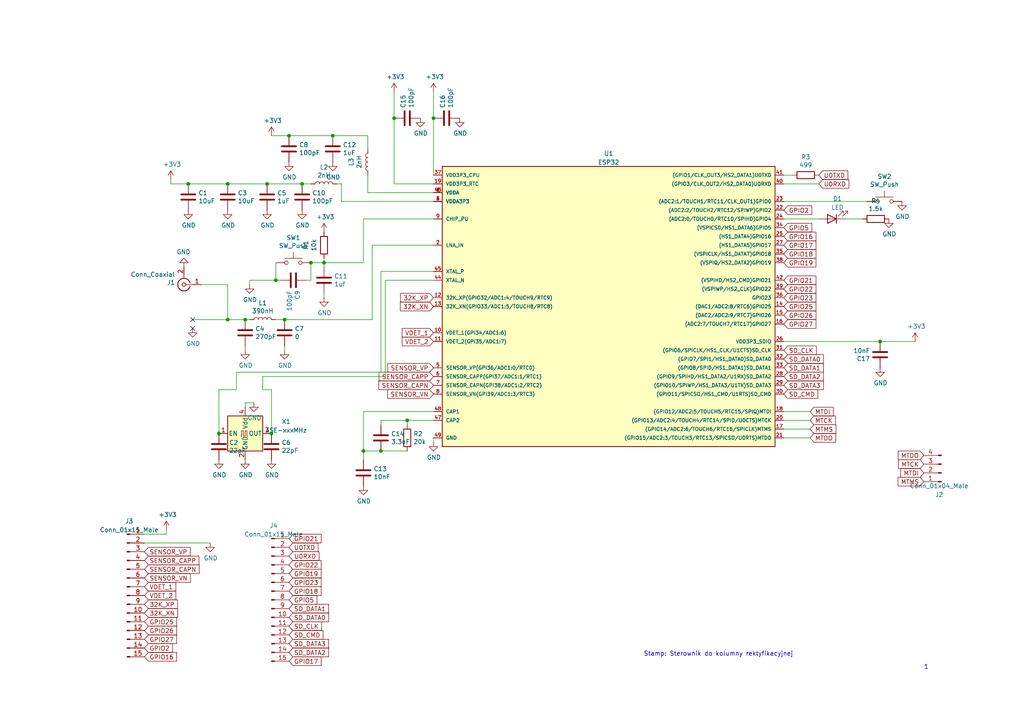
<source format=kicad_sch>
(kicad_sch (version 20211123) (generator eeschema)
  (paper "A4")
  (lib_symbols
    (symbol "Connector:Conn_01x04_Male" (pin_names (offset 1.016) hide)
      (property "Reference" "J" (at 0 5.08 0))
      (property "Value" "Conn_01x04_Male" (at 0 -7.62 0))
      (symbol "Conn_01x04_Male_1_1"
        (polyline (pts (xy 1.27 -5.08) (xy 0.8636 -5.08)) (stroke (width 0.1524)))
        (polyline (pts (xy 1.27 -2.54) (xy 0.8636 -2.54)) (stroke (width 0.1524)))
        (polyline (pts (xy 1.27 0) (xy 0.8636 0)) (stroke (width 0.1524)))
        (polyline (pts (xy 1.27 2.54) (xy 0.8636 2.54)) (stroke (width 0.1524)))
        (rectangle (start 0.8636 -4.953) (end 0 -5.207) (stroke (width 0.1524)) (fill (type outline)))
        (rectangle (start 0.8636 -2.413) (end 0 -2.667) (stroke (width 0.1524)) (fill (type outline)))
        (rectangle (start 0.8636 0.127) (end 0 -0.127) (stroke (width 0.1524)) (fill (type outline)))
        (rectangle (start 0.8636 2.667) (end 0 2.413) (stroke (width 0.1524)) (fill (type outline)))
        (pin passive line (at 5.08 2.54 180) (length 3.81) (name "Pin_1") (number "1"))
        (pin passive line (at 5.08 0 180) (length 3.81) (name "Pin_2") (number "2"))
        (pin passive line (at 5.08 -2.54 180) (length 3.81) (name "Pin_3") (number "3"))
        (pin passive line (at 5.08 -5.08 180) (length 3.81) (name "Pin_4") (number "4"))
      )
    )
    (symbol "Connector:Conn_01x15_Male" (pin_names (offset 1.016) hide)
      (property "Reference" "J" (at 0 20.32 0))
      (property "Value" "Conn_01x15_Male" (at 0 -20.32 0))
      (symbol "Conn_01x15_Male_1_1"
        (polyline (pts (xy 1.27 -17.78) (xy 0.8636 -17.78)) (stroke (width 0.1524)))
        (polyline (pts (xy 1.27 -15.24) (xy 0.8636 -15.24)) (stroke (width 0.1524)))
        (polyline (pts (xy 1.27 -12.7) (xy 0.8636 -12.7)) (stroke (width 0.1524)))
        (polyline (pts (xy 1.27 -10.16) (xy 0.8636 -10.16)) (stroke (width 0.1524)))
        (polyline (pts (xy 1.27 -7.62) (xy 0.8636 -7.62)) (stroke (width 0.1524)))
        (polyline (pts (xy 1.27 -5.08) (xy 0.8636 -5.08)) (stroke (width 0.1524)))
        (polyline (pts (xy 1.27 -2.54) (xy 0.8636 -2.54)) (stroke (width 0.1524)))
        (polyline (pts (xy 1.27 0) (xy 0.8636 0)) (stroke (width 0.1524)))
        (polyline (pts (xy 1.27 2.54) (xy 0.8636 2.54)) (stroke (width 0.1524)))
        (polyline (pts (xy 1.27 5.08) (xy 0.8636 5.08)) (stroke (width 0.1524)))
        (polyline (pts (xy 1.27 7.62) (xy 0.8636 7.62)) (stroke (width 0.1524)))
        (polyline (pts (xy 1.27 10.16) (xy 0.8636 10.16)) (stroke (width 0.1524)))
        (polyline (pts (xy 1.27 12.7) (xy 0.8636 12.7)) (stroke (width 0.1524)))
        (polyline (pts (xy 1.27 15.24) (xy 0.8636 15.24)) (stroke (width 0.1524)))
        (polyline (pts (xy 1.27 17.78) (xy 0.8636 17.78)) (stroke (width 0.1524)))
        (rectangle (start 0.8636 -17.653) (end 0 -17.907) (stroke (width 0.1524)) (fill (type outline)))
        (rectangle (start 0.8636 -15.113) (end 0 -15.367) (stroke (width 0.1524)) (fill (type outline)))
        (rectangle (start 0.8636 -12.573) (end 0 -12.827) (stroke (width 0.1524)) (fill (type outline)))
        (rectangle (start 0.8636 -10.033) (end 0 -10.287) (stroke (width 0.1524)) (fill (type outline)))
        (rectangle (start 0.8636 -7.493) (end 0 -7.747) (stroke (width 0.1524)) (fill (type outline)))
        (rectangle (start 0.8636 -4.953) (end 0 -5.207) (stroke (width 0.1524)) (fill (type outline)))
        (rectangle (start 0.8636 -2.413) (end 0 -2.667) (stroke (width 0.1524)) (fill (type outline)))
        (rectangle (start 0.8636 0.127) (end 0 -0.127) (stroke (width 0.1524)) (fill (type outline)))
        (rectangle (start 0.8636 2.667) (end 0 2.413) (stroke (width 0.1524)) (fill (type outline)))
        (rectangle (start 0.8636 5.207) (end 0 4.953) (stroke (width 0.1524)) (fill (type outline)))
        (rectangle (start 0.8636 7.747) (end 0 7.493) (stroke (width 0.1524)) (fill (type outline)))
        (rectangle (start 0.8636 10.287) (end 0 10.033) (stroke (width 0.1524)) (fill (type outline)))
        (rectangle (start 0.8636 12.827) (end 0 12.573) (stroke (width 0.1524)) (fill (type outline)))
        (rectangle (start 0.8636 15.367) (end 0 15.113) (stroke (width 0.1524)) (fill (type outline)))
        (rectangle (start 0.8636 17.907) (end 0 17.653) (stroke (width 0.1524)) (fill (type outline)))
        (pin passive line (at 5.08 17.78 180) (length 3.81) (name "Pin_1") (number "1"))
        (pin passive line (at 5.08 -5.08 180) (length 3.81) (name "Pin_10") (number "10"))
        (pin passive line (at 5.08 -7.62 180) (length 3.81) (name "Pin_11") (number "11"))
        (pin passive line (at 5.08 -10.16 180) (length 3.81) (name "Pin_12") (number "12"))
        (pin passive line (at 5.08 -12.7 180) (length 3.81) (name "Pin_13") (number "13"))
        (pin passive line (at 5.08 -15.24 180) (length 3.81) (name "Pin_14") (number "14"))
        (pin passive line (at 5.08 -17.78 180) (length 3.81) (name "Pin_15") (number "15"))
        (pin passive line (at 5.08 15.24 180) (length 3.81) (name "Pin_2") (number "2"))
        (pin passive line (at 5.08 12.7 180) (length 3.81) (name "Pin_3") (number "3"))
        (pin passive line (at 5.08 10.16 180) (length 3.81) (name "Pin_4") (number "4"))
        (pin passive line (at 5.08 7.62 180) (length 3.81) (name "Pin_5") (number "5"))
        (pin passive line (at 5.08 5.08 180) (length 3.81) (name "Pin_6") (number "6"))
        (pin passive line (at 5.08 2.54 180) (length 3.81) (name "Pin_7") (number "7"))
        (pin passive line (at 5.08 0 180) (length 3.81) (name "Pin_8") (number "8"))
        (pin passive line (at 5.08 -2.54 180) (length 3.81) (name "Pin_9") (number "9"))
      )
    )
    (symbol "Connector:Conn_Coaxial" (pin_names (offset 1.016) hide)
      (property "Reference" "J" (at 0.254 3.048 0))
      (property "Value" "Conn_Coaxial" (at 2.921 0 90))
      (symbol "Conn_Coaxial_0_1"
        (arc (start -1.778 -0.508) (mid 0.2311 -1.8066) (end 1.778 0) (stroke (width 0.254)))
        (polyline (pts (xy -2.54 0) (xy -0.508 0)))
        (polyline (pts (xy 0 -2.54) (xy 0 -1.778)))
        (circle (center 0 0) (radius 0.508) (stroke (width 0.2032)))
        (arc (start 1.778 0) (mid 0.2099 1.8101) (end -1.778 0.508) (stroke (width 0.254)))
      )
      (symbol "Conn_Coaxial_1_1"
        (pin passive line (at -5.08 0 0) (length 2.54) (name "In") (number "1"))
        (pin passive line (at 0 -5.08 90) (length 2.54) (name "Ext") (number "2"))
      )
    )
    (symbol "Device:C" (pin_numbers hide) (pin_names (offset 0.254))
      (property "Reference" "C" (at 0.635 2.54 0))
      (property "Value" "C" (at 0.635 -2.54 0))
      (symbol "C_0_1"
        (polyline (pts (xy -2.032 -0.762) (xy 2.032 -0.762)) (stroke (width 0.508)))
        (polyline (pts (xy -2.032 0.762) (xy 2.032 0.762)) (stroke (width 0.508)))
      )
      (symbol "C_1_1"
        (pin passive line (at 0 3.81 270) (length 2.794) (name "~") (number "1"))
        (pin passive line (at 0 -3.81 90) (length 2.794) (name "~") (number "2"))
      )
    )
    (symbol "Device:L" (pin_numbers hide) (pin_names (offset 1.016) hide)
      (property "Reference" "L" (at -1.27 0 90))
      (property "Value" "L" (at 1.905 0 90))
      (symbol "L_0_1"
        (arc (start 0 -2.54) (mid 0.635 -1.905) (end 0 -1.27))
        (arc (start 0 -1.27) (mid 0.635 -0.635) (end 0 0))
        (arc (start 0 0) (mid 0.635 0.635) (end 0 1.27))
        (arc (start 0 1.27) (mid 0.635 1.905) (end 0 2.54))
      )
      (symbol "L_1_1"
        (pin passive line (at 0 3.81 270) (length 1.27) (name "1") (number "1"))
        (pin passive line (at 0 -3.81 90) (length 1.27) (name "2") (number "2"))
      )
    )
    (symbol "Device:LED" (pin_numbers hide) (pin_names (offset 1.016) hide)
      (property "Reference" "D" (at 0 2.54 0))
      (property "Value" "LED" (at 0 -2.54 0))
      (symbol "LED_0_1"
        (polyline (pts (xy -1.27 -1.27) (xy -1.27 1.27)) (stroke (width 0.254)))
        (polyline (pts (xy -1.27 0) (xy 1.27 0)))
        (polyline (pts (xy 1.27 -1.27) (xy 1.27 1.27) (xy -1.27 0) (xy 1.27 -1.27)) (stroke (width 0.254)))
        (polyline (pts (xy -3.048 -0.762) (xy -4.572 -2.286) (xy -3.81 -2.286) (xy -4.572 -2.286) (xy -4.572 -1.524)))
        (polyline (pts (xy -1.778 -0.762) (xy -3.302 -2.286) (xy -2.54 -2.286) (xy -3.302 -2.286) (xy -3.302 -1.524)))
      )
      (symbol "LED_1_1"
        (pin passive line (at -3.81 0 0) (length 2.54) (name "K") (number "1"))
        (pin passive line (at 3.81 0 180) (length 2.54) (name "A") (number "2"))
      )
    )
    (symbol "Device:R" (pin_numbers hide) (pin_names (offset 0))
      (property "Reference" "R" (at 2.032 0 90))
      (property "Value" "R" (at 0 0 90))
      (symbol "R_0_1"
        (rectangle (start -1.016 -2.54) (end 1.016 2.54) (stroke (width 0.254)))
      )
      (symbol "R_1_1"
        (pin passive line (at 0 3.81 270) (length 1.27) (name "~") (number "1"))
        (pin passive line (at 0 -3.81 90) (length 1.27) (name "~") (number "2"))
      )
    )
    (symbol "ESP32:ESP32" (pin_names (offset 1.016))
      (property "Reference" "U1" (at 0 44.3398 0))
      (property "Value" "ESP32" (at 0 41.8029 0))
      (symbol "ESP32_0_0"
        (rectangle (start -48.26 -40.64) (end 48.26 40.64) (stroke (width 0.254)) (fill (type background)))
        (pin bidirectional line (at -50.8 33.02 0) (length 2.54) (name "VDDA") (number "1"))
        (pin bidirectional line (at -50.8 -7.62 0) (length 2.54) (name "VDET_1(GPI34/ADC1:6)") (number "10"))
        (pin bidirectional line (at -50.8 -10.16 0) (length 2.54) (name "VDET_2(GPI35/ADC1:7)") (number "11"))
        (pin bidirectional line (at -50.8 2.54 0) (length 2.54) (name "32K_XP(GPIO32/ADC1:4/TOUCH9/RTC9)") (number "12"))
        (pin bidirectional line (at -50.8 0 0) (length 2.54) (name "32K_XN(GPIO33/ADC1:5/TOUCH8/RTC8)") (number "13"))
        (pin bidirectional line (at 50.8 0 180) (length 2.54) (name "(DAC1/ADC2:8/RTC6)GPIO25") (number "14"))
        (pin bidirectional line (at 50.8 -2.54 180) (length 2.54) (name "(DAC2/ADC2:9/RTC7)GPIO26") (number "15"))
        (pin bidirectional line (at 50.8 -5.08 180) (length 2.54) (name "(ADC2:7/TOUCH7/RTC17)GPIO27") (number "16"))
        (pin bidirectional line (at 50.8 -35.56 180) (length 2.54) (name "(GPIO14/ADC2:6/TOUCH6/RTC16/SPICLK)MTMS") (number "17"))
        (pin bidirectional line (at 50.8 -30.48 180) (length 2.54) (name "(GPIO12/ADC2:5/TOUCH5/RTC15/SPIQ)MTDI") (number "18"))
        (pin bidirectional line (at -50.8 35.56 0) (length 2.54) (name "VDD3P3_RTC") (number "19"))
        (pin bidirectional line (at -50.8 17.78 0) (length 2.54) (name "LNA_IN") (number "2"))
        (pin bidirectional line (at 50.8 -33.02 180) (length 2.54) (name "(GPIO13/ADC2:4/TOUCH4/RTC14/SPID/U0CTS)MTCK") (number "20"))
        (pin bidirectional line (at 50.8 -38.1 180) (length 2.54) (name "(GPIO15/ADC2:3/TOUCH3/RTC13/SPICSO/U0RTS)MTDO") (number "21"))
        (pin bidirectional line (at 50.8 27.94 180) (length 2.54) (name "(ADC2:2/TOUCH2/RTC12/SPIWP)GPIO2") (number "22"))
        (pin bidirectional line (at 50.8 30.48 180) (length 2.54) (name "(ADC2:1/TOUCH1/RTC11/CLK_OUT1)GPIO0") (number "23"))
        (pin bidirectional line (at 50.8 25.4 180) (length 2.54) (name "(ADC2:0/TOUCH0/RTC10/SPIHD)GPIO4") (number "24"))
        (pin bidirectional line (at 50.8 20.32 180) (length 2.54) (name "(HS1_DATA4)GPIO16") (number "25"))
        (pin bidirectional line (at 50.8 -10.16 180) (length 2.54) (name "VDD3P3_SDIO") (number "26"))
        (pin bidirectional line (at 50.8 17.78 180) (length 2.54) (name "(HS1_DATA5)GPIO17") (number "27"))
        (pin bidirectional line (at 50.8 -20.32 180) (length 2.54) (name "(GPIO9/SPIHD/HS1_DATA2/U1RX)SD_DATA2") (number "28"))
        (pin bidirectional line (at 50.8 -22.86 180) (length 2.54) (name "(GPIO10/SPIWP/HS1_DATA3/U1TX)SD_DATA3") (number "29"))
        (pin bidirectional line (at -50.8 30.48 0) (length 2.54) (name "VDDA3P3") (number "3"))
        (pin bidirectional line (at 50.8 -25.4 180) (length 2.54) (name "(GPIO11/SPICSO/HS1_CMD/U1RTS)SD_CMD") (number "30"))
        (pin bidirectional line (at 50.8 -12.7 180) (length 2.54) (name "(GPIO6/SPICLK/HS1_CLK/U1CTS)SD_CLK") (number "31"))
        (pin bidirectional line (at 50.8 -15.24 180) (length 2.54) (name "(GPIO7/SPI1/HS1_DATA0)SD_DATA0") (number "32"))
        (pin bidirectional line (at 50.8 -17.78 180) (length 2.54) (name "(GPIO8/SPID/HS1_DATA1)SD_DATA1") (number "33"))
        (pin bidirectional line (at 50.8 22.86 180) (length 2.54) (name "(VSPICS0/HS1_DATA6)GPIO5") (number "34"))
        (pin bidirectional line (at 50.8 15.24 180) (length 2.54) (name "(VSPICLK/HS1_DATA7)GPIO18") (number "35"))
        (pin bidirectional line (at 50.8 2.54 180) (length 2.54) (name "GPIO23") (number "36"))
        (pin bidirectional line (at -50.8 38.1 0) (length 2.54) (name "VDD3P3_CPU") (number "37"))
        (pin bidirectional line (at 50.8 12.7 180) (length 2.54) (name "(VSPIQ/HS2_DATA2)GPIO19") (number "38"))
        (pin bidirectional line (at 50.8 5.08 180) (length 2.54) (name "(VSPIWP/HS2_CLK)GPIO22") (number "39"))
        (pin bidirectional line (at -50.8 30.48 0) (length 2.54) (name "VDDA3P3") (number "4"))
        (pin bidirectional line (at 50.8 35.56 180) (length 2.54) (name "(GPIO3/CLK_OUT2/HS2_DATA0)U0RXD") (number "40"))
        (pin bidirectional line (at 50.8 38.1 180) (length 2.54) (name "(GPIO1/CLK_OUT3/HS2_DATA1)U0TXD") (number "41"))
        (pin bidirectional line (at 50.8 7.62 180) (length 2.54) (name "(VSPIHD/HS2_CMD)GPIO21") (number "42"))
        (pin bidirectional line (at -50.8 33.02 0) (length 2.54) (name "VDDA") (number "43"))
        (pin bidirectional line (at -50.8 7.62 0) (length 2.54) (name "XTAL_N") (number "44"))
        (pin bidirectional line (at -50.8 10.16 0) (length 2.54) (name "XTAL_P") (number "45"))
        (pin bidirectional line (at -50.8 33.02 0) (length 2.54) (name "VDDA") (number "46"))
        (pin bidirectional line (at -50.8 -33.02 0) (length 2.54) (name "CAP2") (number "47"))
        (pin bidirectional line (at -50.8 -30.48 0) (length 2.54) (name "CAP1") (number "48"))
        (pin bidirectional line (at -50.8 -38.1 0) (length 2.54) (name "GND") (number "49"))
        (pin bidirectional line (at -50.8 -17.78 0) (length 2.54) (name "SENSOR_VP(GPI36/ADC1:0/RTC0)") (number "5"))
        (pin bidirectional line (at -50.8 -20.32 0) (length 2.54) (name "SENSOR_CAPP(GPI37/ADC1:1/RTC1)") (number "6"))
        (pin bidirectional line (at -50.8 -22.86 0) (length 2.54) (name "SENSOR_CAPN(GPI38/ADC1:2/RTC2)") (number "7"))
        (pin bidirectional line (at -50.8 -25.4 0) (length 2.54) (name "SENSOR_VN(GPI39/ADC1:3/RTC3)") (number "8"))
        (pin bidirectional line (at -50.8 25.4 0) (length 2.54) (name "CHIP_PU") (number "9"))
      )
    )
    (symbol "Oscillator:ASE-xxxMHz" (pin_names (offset 0.254))
      (property "Reference" "X" (at -5.08 6.35 0))
      (property "Value" "ASE-xxxMHz" (at 1.27 -6.35 0))
      (symbol "ASE-xxxMHz_0_1"
        (rectangle (start -5.08 5.08) (end 5.08 -5.08) (stroke (width 0.254)) (fill (type background)))
        (polyline (pts (xy -1.27 -0.762) (xy -1.016 -0.762) (xy -1.016 0.762) (xy -0.508 0.762) (xy -0.508 -0.762) (xy 0 -0.762) (xy 0 0.762) (xy 0.508 0.762) (xy 0.508 -0.762) (xy 0.762 -0.762)))
      )
      (symbol "ASE-xxxMHz_1_1"
        (pin input line (at -7.62 0 0) (length 2.54) (name "EN") (number "1"))
        (pin power_in line (at 0 -7.62 90) (length 2.54) (name "GND") (number "2"))
        (pin output line (at 7.62 0 180) (length 2.54) (name "OUT") (number "3"))
        (pin power_in line (at 0 7.62 270) (length 2.54) (name "Vdd") (number "4"))
      )
    )
    (symbol "Switch:SW_Push" (pin_numbers hide) (pin_names (offset 1.016) hide)
      (property "Reference" "SW" (at 1.27 2.54 0))
      (property "Value" "SW_Push" (at 0 -1.524 0))
      (symbol "SW_Push_0_1"
        (circle (center -2.032 0) (radius 0.508))
        (polyline (pts (xy 0 1.27) (xy 0 3.048)))
        (polyline (pts (xy 2.54 1.27) (xy -2.54 1.27)))
        (circle (center 2.032 0) (radius 0.508))
        (pin passive line (at -5.08 0 0) (length 2.54) (name "1") (number "1"))
        (pin passive line (at 5.08 0 180) (length 2.54) (name "2") (number "2"))
      )
    )
    (symbol "power:+3V3" (power) (pin_names (offset 0))
      (property "Value" "+3V3" (at 0 3.556 0))
      (symbol "+3V3_0_1"
        (polyline (pts (xy -0.762 1.27) (xy 0 2.54)))
        (polyline (pts (xy 0 0) (xy 0 2.54)))
        (polyline (pts (xy 0 2.54) (xy 0.762 1.27)))
      )
      (symbol "+3V3_1_1"
        (pin power_in line (at 0 0 90) (length 0) hide (name "+3V3") (number "1"))
      )
    )
    (symbol "power:GND" (power) (pin_names (offset 0))
      (property "Value" "GND" (at 0 -3.81 0))
      (symbol "GND_0_1"
        (polyline (pts (xy 0 0) (xy 0 -1.27) (xy 1.27 -1.27) (xy 0 -2.54) (xy -1.27 -1.27) (xy 0 -1.27)))
      )
      (symbol "GND_1_1"
        (pin power_in line (at 0 0 270) (length 0) hide (name "GND") (number "1"))
      )
    )
  )
  (junction (at 118.11 121.92))
  (junction (at 114.3 34.29))
  (junction (at 105.41 130.81))
  (junction (at 82.55 92.71))
  (junction (at 71.12 92.71))
  (junction (at 77.47 53.34))
  (junction (at 125.73 34.29))
  (junction (at 83.82 39.37))
  (junction (at 78.74 125.73))
  (junction (at 110.49 130.81))
  (junction (at 87.63 53.34))
  (junction (at 54.61 53.34))
  (junction (at 63.5 125.73))
  (junction (at 93.98 76.2))
  (junction (at 90.17 76.2))
  (junction (at 255.27 99.06))
  (junction (at 66.04 53.34))
  (junction (at 80.01 81.28))
  (junction (at 96.52 39.37))
  (junction (at 66.04 92.71))
  (no_connect (at 55.88 92.71))
  (no_connect (at 55.88 95.25))
  (wire (pts (xy 125.73 121.92) (xy 118.11 121.92)))
  (wire (pts (xy 58.42 82.55) (xy 66.04 82.55)))
  (wire (pts (xy 125.73 34.29) (xy 125.73 50.8)))
  (wire (pts (xy 105.41 130.81) (xy 105.41 133.35)))
  (wire (pts (xy 227.33 119.38) (xy 234.95 119.38)))
  (wire (pts (xy 48.26 154.94) (xy 41.91 154.94)))
  (wire (pts (xy 110.49 130.81) (xy 118.11 130.81)))
  (wire (pts (xy 107.95 92.71) (xy 107.95 71.12)))
  (wire (pts (xy 110.49 78.74) (xy 125.73 78.74)))
  (wire (pts (xy 227.33 50.8) (xy 229.87 50.8)))
  (wire (pts (xy 105.41 63.5) (xy 125.73 63.5)))
  (wire (pts (xy 82.55 101.6) (xy 82.55 100.33)))
  (wire (pts (xy 118.11 121.92) (xy 118.11 123.19)))
  (wire (pts (xy 105.41 76.2) (xy 105.41 63.5)))
  (wire (pts (xy 106.68 50.8) (xy 106.68 55.88)))
  (wire (pts (xy 99.06 53.34) (xy 99.06 58.42)))
  (wire (pts (xy 66.04 53.34) (xy 77.47 53.34)))
  (wire (pts (xy 110.49 130.81) (xy 105.41 130.81)))
  (wire (pts (xy 111.76 81.28) (xy 111.76 109.22)))
  (wire (pts (xy 99.06 58.42) (xy 125.73 58.42)))
  (wire (pts (xy 93.98 77.47) (xy 93.98 76.2)))
  (wire (pts (xy 49.53 53.34) (xy 49.53 52.07)))
  (wire (pts (xy 97.79 53.34) (xy 99.06 53.34)))
  (wire (pts (xy 227.33 99.06) (xy 255.27 99.06)))
  (wire (pts (xy 83.82 39.37) (xy 96.52 39.37)))
  (wire (pts (xy 72.39 82.55) (xy 72.39 81.28)))
  (wire (pts (xy 63.5 125.73) (xy 63.5 113.03)))
  (wire (pts (xy 227.33 63.5) (xy 237.49 63.5)))
  (wire (pts (xy 66.04 82.55) (xy 66.04 92.71)))
  (wire (pts (xy 114.3 34.29) (xy 114.3 53.34)))
  (wire (pts (xy 49.53 53.34) (xy 54.61 53.34)))
  (wire (pts (xy 125.73 81.28) (xy 111.76 81.28)))
  (wire (pts (xy 78.74 125.73) (xy 78.74 113.03)))
  (wire (pts (xy 68.58 107.95) (xy 68.58 113.03)))
  (wire (pts (xy 66.04 92.71) (xy 55.88 92.71)))
  (wire (pts (xy 227.33 53.34) (xy 237.49 53.34)))
  (wire (pts (xy 96.52 39.37) (xy 106.68 39.37)))
  (wire (pts (xy 227.33 124.46) (xy 234.95 124.46)))
  (wire (pts (xy 125.73 128.27) (xy 125.73 127)))
  (wire (pts (xy 77.47 53.34) (xy 87.63 53.34)))
  (wire (pts (xy 111.76 109.22) (xy 76.2 109.22)))
  (wire (pts (xy 71.12 92.71) (xy 66.04 92.71)))
  (wire (pts (xy 87.63 53.34) (xy 90.17 53.34)))
  (wire (pts (xy 265.43 99.06) (xy 255.27 99.06)))
  (wire (pts (xy 82.55 92.71) (xy 107.95 92.71)))
  (wire (pts (xy 93.98 86.36) (xy 93.98 85.09)))
  (wire (pts (xy 125.73 26.67) (xy 125.73 34.29)))
  (wire (pts (xy 125.73 119.38) (xy 105.41 119.38)))
  (wire (pts (xy 114.3 26.67) (xy 114.3 34.29)))
  (wire (pts (xy 71.12 116.84) (xy 71.12 118.11)))
  (wire (pts (xy 76.2 109.22) (xy 76.2 113.03)))
  (wire (pts (xy 73.66 116.84) (xy 71.12 116.84)))
  (wire (pts (xy 107.95 71.12) (xy 125.73 71.12)))
  (wire (pts (xy 54.61 53.34) (xy 66.04 53.34)))
  (wire (pts (xy 118.11 121.92) (xy 110.49 121.92)))
  (wire (pts (xy 88.9 81.28) (xy 90.17 81.28)))
  (wire (pts (xy 106.68 39.37) (xy 106.68 43.18)))
  (wire (pts (xy 80.01 81.28) (xy 80.01 76.2)))
  (wire (pts (xy 93.98 76.2) (xy 105.41 76.2)))
  (wire (pts (xy 125.73 55.88) (xy 106.68 55.88)))
  (wire (pts (xy 90.17 81.28) (xy 90.17 76.2)))
  (wire (pts (xy 80.01 92.71) (xy 82.55 92.71)))
  (wire (pts (xy 227.33 127) (xy 234.95 127)))
  (wire (pts (xy 227.33 121.92) (xy 234.95 121.92)))
  (wire (pts (xy 71.12 101.6) (xy 71.12 100.33)))
  (wire (pts (xy 90.17 76.2) (xy 93.98 76.2)))
  (wire (pts (xy 245.11 63.5) (xy 250.19 63.5)))
  (wire (pts (xy 114.3 53.34) (xy 125.73 53.34)))
  (wire (pts (xy 41.91 157.48) (xy 60.96 157.48)))
  (wire (pts (xy 80.01 81.28) (xy 81.28 81.28)))
  (wire (pts (xy 63.5 113.03) (xy 68.58 113.03)))
  (wire (pts (xy 72.39 92.71) (xy 71.12 92.71)))
  (wire (pts (xy 72.39 81.28) (xy 80.01 81.28)))
  (wire (pts (xy 78.74 39.37) (xy 83.82 39.37)))
  (wire (pts (xy 105.41 119.38) (xy 105.41 130.81)))
  (wire (pts (xy 68.58 107.95) (xy 110.49 107.95)))
  (wire (pts (xy 78.74 113.03) (xy 76.2 113.03)))
  (wire (pts (xy 93.98 74.93) (xy 93.98 76.2)))
  (wire (pts (xy 227.33 58.42) (xy 251.46 58.42)))
  (wire (pts (xy 48.26 153.67) (xy 48.26 154.94)))
  (wire (pts (xy 110.49 107.95) (xy 110.49 78.74)))
  (wire (pts (xy 110.49 121.92) (xy 110.49 123.19)))
  (text "Stamp: Sterownik do kolumny rektyfikacyjnej" (at 186.69 190.5 0) (effects (font (size 1.27 1.27)) (justify left bottom)))
  (text "1" (at 267.97 194.31 0) (effects (font (size 1.27 1.27)) (justify left bottom)))
  (global_label "SENSOR_VN" (shape input) (at 41.91 167.64 0) (property "Intersheet References" "${INTERSHEET_REFS}" (effects hide)))
  (global_label "GPIO5" (shape input) (at 83.82 173.99 0) (property "Intersheet References" "${INTERSHEET_REFS}" (effects hide)))
  (global_label "MTMS" (shape input) (at 234.95 124.46 0) (property "Intersheet References" "${INTERSHEET_REFS}" (effects hide)))
  (global_label "SENSOR_CAPN" (shape input) (at 41.91 165.1 0) (property "Intersheet References" "${INTERSHEET_REFS}" (effects hide)))
  (global_label "GPIO22" (shape input) (at 227.33 83.82 0) (property "Intersheet References" "${INTERSHEET_REFS}" (effects hide)))
  (global_label "SD_DATA3" (shape input) (at 83.82 186.69 0) (property "Intersheet References" "${INTERSHEET_REFS}" (effects hide)))
  (global_label "GPIO23" (shape input) (at 83.82 168.91 0) (property "Intersheet References" "${INTERSHEET_REFS}" (effects hide)))
  (global_label "GPIO25" (shape input) (at 41.91 180.34 0) (property "Intersheet References" "${INTERSHEET_REFS}" (effects hide)))
  (global_label "MTMS" (shape input) (at 267.97 139.7 180) (property "Intersheet References" "${INTERSHEET_REFS}" (effects hide)))
  (global_label "SD_DATA0" (shape input) (at 83.82 179.07 0) (property "Intersheet References" "${INTERSHEET_REFS}" (effects hide)))
  (global_label "GPIO16" (shape input) (at 41.91 190.5 0) (property "Intersheet References" "${INTERSHEET_REFS}" (effects hide)))
  (global_label "GPIO16" (shape input) (at 227.33 68.58 0) (property "Intersheet References" "${INTERSHEET_REFS}" (effects hide)))
  (global_label "GPIO17" (shape input) (at 83.82 191.77 0) (property "Intersheet References" "${INTERSHEET_REFS}" (effects hide)))
  (global_label "U0RXD" (shape input) (at 237.49 53.34 0) (property "Intersheet References" "${INTERSHEET_REFS}" (effects hide)))
  (global_label "U0RXD" (shape input) (at 83.82 161.29 0) (property "Intersheet References" "${INTERSHEET_REFS}" (effects hide)))
  (global_label "SENSOR_CAPP" (shape input) (at 125.73 109.22 180) (property "Intersheet References" "${INTERSHEET_REFS}" (effects hide)))
  (global_label "GPIO27" (shape input) (at 41.91 185.42 0) (property "Intersheet References" "${INTERSHEET_REFS}" (effects hide)))
  (global_label "32K_XN" (shape input) (at 41.91 177.8 0) (property "Intersheet References" "${INTERSHEET_REFS}" (effects hide)))
  (global_label "MTCK" (shape input) (at 267.97 134.62 180) (property "Intersheet References" "${INTERSHEET_REFS}" (effects hide)))
  (global_label "GPIO21" (shape input) (at 83.82 156.21 0) (property "Intersheet References" "${INTERSHEET_REFS}" (effects hide)))
  (global_label "SD_CLK" (shape input) (at 83.82 181.61 0) (property "Intersheet References" "${INTERSHEET_REFS}" (effects hide)))
  (global_label "SD_DATA2" (shape input) (at 83.82 189.23 0) (property "Intersheet References" "${INTERSHEET_REFS}" (effects hide)))
  (global_label "GPIO23" (shape input) (at 227.33 86.36 0) (property "Intersheet References" "${INTERSHEET_REFS}" (effects hide)))
  (global_label "GPIO5" (shape input) (at 227.33 66.04 0) (property "Intersheet References" "${INTERSHEET_REFS}" (effects hide)))
  (global_label "GPIO18" (shape input) (at 227.33 73.66 0) (property "Intersheet References" "${INTERSHEET_REFS}" (effects hide)))
  (global_label "GPIO19" (shape input) (at 227.33 76.2 0) (property "Intersheet References" "${INTERSHEET_REFS}" (effects hide)))
  (global_label "U0TXD" (shape input) (at 83.82 158.75 0) (property "Intersheet References" "${INTERSHEET_REFS}" (effects hide)))
  (global_label "GPIO21" (shape input) (at 227.33 81.28 0) (property "Intersheet References" "${INTERSHEET_REFS}" (effects hide)))
  (global_label "GPIO26" (shape input) (at 41.91 182.88 0) (property "Intersheet References" "${INTERSHEET_REFS}" (effects hide)))
  (global_label "MTDI" (shape input) (at 234.95 119.38 0) (property "Intersheet References" "${INTERSHEET_REFS}" (effects hide)))
  (global_label "SD_DATA3" (shape input) (at 227.33 111.76 0) (property "Intersheet References" "${INTERSHEET_REFS}" (effects hide)))
  (global_label "VDET_1" (shape input) (at 41.91 170.18 0) (property "Intersheet References" "${INTERSHEET_REFS}" (effects hide)))
  (global_label "U0TXD" (shape input) (at 237.49 50.8 0) (property "Intersheet References" "${INTERSHEET_REFS}" (effects hide)))
  (global_label "SD_DATA1" (shape input) (at 83.82 176.53 0) (property "Intersheet References" "${INTERSHEET_REFS}" (effects hide)))
  (global_label "SENSOR_VP" (shape input) (at 41.91 160.02 0) (property "Intersheet References" "${INTERSHEET_REFS}" (effects hide)))
  (global_label "SD_CLK" (shape input) (at 227.33 101.6 0) (property "Intersheet References" "${INTERSHEET_REFS}" (effects hide)))
  (global_label "GPIO25" (shape input) (at 227.33 88.9 0) (property "Intersheet References" "${INTERSHEET_REFS}" (effects hide)))
  (global_label "SD_DATA0" (shape input) (at 227.33 104.14 0) (property "Intersheet References" "${INTERSHEET_REFS}" (effects hide)))
  (global_label "MTDO" (shape input) (at 234.95 127 0) (property "Intersheet References" "${INTERSHEET_REFS}" (effects hide)))
  (global_label "VDET_2" (shape input) (at 41.91 172.72 0) (property "Intersheet References" "${INTERSHEET_REFS}" (effects hide)))
  (global_label "32K_XP" (shape input) (at 125.73 86.36 180) (property "Intersheet References" "${INTERSHEET_REFS}" (effects hide)))
  (global_label "SD_CMD" (shape input) (at 83.82 184.15 0) (property "Intersheet References" "${INTERSHEET_REFS}" (effects hide)))
  (global_label "MTCK" (shape input) (at 234.95 121.92 0) (property "Intersheet References" "${INTERSHEET_REFS}" (effects hide)))
  (global_label "GPIO17" (shape input) (at 227.33 71.12 0) (property "Intersheet References" "${INTERSHEET_REFS}" (effects hide)))
  (global_label "SENSOR_CAPN" (shape input) (at 125.73 111.76 180) (property "Intersheet References" "${INTERSHEET_REFS}" (effects hide)))
  (global_label "SENSOR_VP" (shape input) (at 125.73 106.68 180) (property "Intersheet References" "${INTERSHEET_REFS}" (effects hide)))
  (global_label "32K_XP" (shape input) (at 41.91 175.26 0) (property "Intersheet References" "${INTERSHEET_REFS}" (effects hide)))
  (global_label "GPIO22" (shape input) (at 83.82 163.83 0) (property "Intersheet References" "${INTERSHEET_REFS}" (effects hide)))
  (global_label "VDET_1" (shape input) (at 125.73 96.52 180) (property "Intersheet References" "${INTERSHEET_REFS}" (effects hide)))
  (global_label "GPIO2" (shape input) (at 227.33 60.96 0) (property "Intersheet References" "${INTERSHEET_REFS}" (effects hide)))
  (global_label "GPIO27" (shape input) (at 227.33 93.98 0) (property "Intersheet References" "${INTERSHEET_REFS}" (effects hide)))
  (global_label "GPIO2" (shape input) (at 41.91 187.96 0) (property "Intersheet References" "${INTERSHEET_REFS}" (effects hide)))
  (global_label "SD_DATA1" (shape input) (at 227.33 106.68 0) (property "Intersheet References" "${INTERSHEET_REFS}" (effects hide)))
  (global_label "VDET_2" (shape input) (at 125.73 99.06 180) (property "Intersheet References" "${INTERSHEET_REFS}" (effects hide)))
  (global_label "GPIO19" (shape input) (at 83.82 166.37 0) (property "Intersheet References" "${INTERSHEET_REFS}" (effects hide)))
  (global_label "MTDI" (shape input) (at 267.97 137.16 180) (property "Intersheet References" "${INTERSHEET_REFS}" (effects hide)))
  (global_label "32K_XN" (shape input) (at 125.73 88.9 180) (property "Intersheet References" "${INTERSHEET_REFS}" (effects hide)))
  (global_label "SD_CMD" (shape input) (at 227.33 114.3 0) (property "Intersheet References" "${INTERSHEET_REFS}" (effects hide)))
  (global_label "SENSOR_CAPP" (shape input) (at 41.91 162.56 0) (property "Intersheet References" "${INTERSHEET_REFS}" (effects hide)))
  (global_label "SD_DATA2" (shape input) (at 227.33 109.22 0) (property "Intersheet References" "${INTERSHEET_REFS}" (effects hide)))
  (global_label "SENSOR_VN" (shape input) (at 125.73 114.3 180) (property "Intersheet References" "${INTERSHEET_REFS}" (effects hide)))
  (global_label "GPIO26" (shape input) (at 227.33 91.44 0) (property "Intersheet References" "${INTERSHEET_REFS}" (effects hide)))
  (global_label "MTDO" (shape input) (at 267.97 132.08 180) (property "Intersheet References" "${INTERSHEET_REFS}" (effects hide)))
  (global_label "GPIO18" (shape input) (at 83.82 171.45 0) (property "Intersheet References" "${INTERSHEET_REFS}" (effects hide)))
  (symbol (lib_id "ESP32:ESP32") (at 176.53 88.9 0) (unit 1)
    (property "Reference" "U1" (at 176.53 44.5602 0))
    (property "Value" "ESP32" (at 176.53 47.0971 0))
    (property "Footprint" "Package_DFN_QFN:QFN-48-1EP_6x6mm_P0.4mm_EP4.3x4.3mm" (effects hide))
    (property "PROD_ID" "IC-13338" (effects hide))
  )
  (symbol (lib_id "power:+3V3") (at 78.74 39.37 0) (unit 1)
    (property "Reference" "#PWR0105" (effects hide))
    (property "Value" "+3V3" (at 79.121 34.9758 0))
  )
  (symbol (lib_id "Device:C") (at 83.82 43.18 180) (unit 1)
    (property "Reference" "C8" (at 86.741 42.0116 0) (effects (justify right)))
    (property "Value" "100pF" (at 86.741 44.323 0) (effects (justify right)))
    (property "Footprint" "Capacitor_SMD:C_0603_1608Metric_Pad1.08x0.95mm_HandSolder" (effects hide))
  )
  (symbol (lib_id "Device:C") (at 96.52 43.18 180) (unit 1)
    (property "Reference" "C12" (at 99.441 42.0116 0) (effects (justify right)))
    (property "Value" "1uF" (at 99.441 44.323 0) (effects (justify right)))
    (property "Footprint" "Capacitor_SMD:C_0603_1608Metric_Pad1.08x0.95mm_HandSolder" (effects hide))
  )
  (symbol (lib_id "power:GND") (at 83.82 46.99 0) (unit 1)
    (property "Reference" "#PWR0106" (effects hide))
    (property "Value" "GND" (at 83.947 51.3842 0))
  )
  (symbol (lib_id "power:GND") (at 96.52 46.99 0) (unit 1)
    (property "Reference" "#PWR0102" (effects hide))
    (property "Value" "GND" (at 96.647 51.3842 0))
  )
  (symbol (lib_id "Device:C") (at 87.63 57.15 180) (unit 1)
    (property "Reference" "C10" (at 90.551 55.9816 0) (effects (justify right)))
    (property "Value" "100pF" (at 90.551 58.293 0) (effects (justify right)))
    (property "Footprint" "Capacitor_SMD:C_0603_1608Metric_Pad1.08x0.95mm_HandSolder" (effects hide))
  )
  (symbol (lib_id "Device:C") (at 77.47 57.15 180) (unit 1)
    (property "Reference" "C5" (at 80.391 55.9816 0) (effects (justify right)))
    (property "Value" "1uF" (at 80.391 58.293 0) (effects (justify right)))
    (property "Footprint" "Capacitor_SMD:C_0603_1608Metric_Pad1.08x0.95mm_HandSolder" (effects hide))
  )
  (symbol (lib_id "Device:C") (at 66.04 57.15 180) (unit 1)
    (property "Reference" "C3" (at 68.961 55.9816 0) (effects (justify right)))
    (property "Value" "10uF" (at 68.961 58.293 0) (effects (justify right)))
    (property "Footprint" "Capacitor_SMD:C_0603_1608Metric_Pad1.08x0.95mm_HandSolder" (effects hide))
  )
  (symbol (lib_id "Device:C") (at 54.61 57.15 180) (unit 1)
    (property "Reference" "C1" (at 57.531 55.9816 0) (effects (justify right)))
    (property "Value" "10uF" (at 57.531 58.293 0) (effects (justify right)))
    (property "Footprint" "Capacitor_SMD:C_0603_1608Metric_Pad1.08x0.95mm_HandSolder" (effects hide))
  )
  (symbol (lib_id "power:GND") (at 54.61 60.96 0) (unit 1)
    (property "Reference" "#PWR0116" (effects hide))
    (property "Value" "GND" (at 54.737 65.3542 0))
  )
  (symbol (lib_id "power:GND") (at 66.04 60.96 0) (unit 1)
    (property "Reference" "#PWR0114" (effects hide))
    (property "Value" "GND" (at 66.167 65.3542 0))
  )
  (symbol (lib_id "power:GND") (at 77.47 60.96 0) (unit 1)
    (property "Reference" "#PWR0113" (effects hide))
    (property "Value" "GND" (at 77.597 65.3542 0))
  )
  (symbol (lib_id "power:GND") (at 87.63 60.96 0) (unit 1)
    (property "Reference" "#PWR0111" (effects hide))
    (property "Value" "GND" (at 87.757 65.3542 0))
  )
  (symbol (lib_id "power:+3V3") (at 49.53 52.07 0) (unit 1)
    (property "Reference" "#PWR0110" (effects hide))
    (property "Value" "+3V3" (at 49.911 47.6758 0))
  )
  (symbol (lib_id "Device:L") (at 93.98 53.34 90) (unit 1)
    (property "Reference" "L2" (at 93.98 48.514 90))
    (property "Value" "2nH" (at 93.98 50.8254 90))
    (property "Footprint" "Inductor_SMD:L_0603_1608Metric_Pad1.05x0.95mm_HandSolder" (effects hide))
  )
  (symbol (lib_id "Device:C") (at 129.54 34.29 270) (unit 1)
    (property "Reference" "C16" (at 128.3716 31.369 0) (effects (justify right)))
    (property "Value" "100pF" (at 130.683 31.369 0) (effects (justify right)))
    (property "Footprint" "Capacitor_SMD:C_0603_1608Metric_Pad1.08x0.95mm_HandSolder" (effects hide))
  )
  (symbol (lib_id "Device:C") (at 118.11 34.29 270) (unit 1)
    (property "Reference" "C15" (at 116.9416 31.369 0) (effects (justify right)))
    (property "Value" "100pF" (at 119.253 31.369 0) (effects (justify right)))
    (property "Footprint" "Capacitor_SMD:C_0603_1608Metric_Pad1.08x0.95mm_HandSolder" (effects hide))
  )
  (symbol (lib_id "power:+3V3") (at 114.3 26.67 0) (unit 1)
    (property "Reference" "#PWR0104" (effects hide))
    (property "Value" "+3V3" (at 114.681 22.2758 0))
  )
  (symbol (lib_id "power:+3V3") (at 125.73 26.67 0) (unit 1)
    (property "Reference" "#PWR0103" (effects hide))
    (property "Value" "+3V3" (at 126.111 22.2758 0))
  )
  (symbol (lib_id "Switch:SW_Push") (at 85.09 76.2 0) (unit 1)
    (property "Reference" "SW1" (at 85.09 68.961 0))
    (property "Value" "SW_Push" (at 85.09 71.2724 0))
    (property "Footprint" "Button_Switch_SMD:SW_Push_1P1T_NO_6x6mm_H9.5mm" (effects hide))
  )
  (symbol (lib_id "Device:C") (at 85.09 81.28 90) (unit 1)
    (property "Reference" "C9" (at 86.2584 84.201 0) (effects (justify right)))
    (property "Value" "100pF" (at 83.947 84.201 0) (effects (justify right)))
    (property "Footprint" "Capacitor_SMD:C_0603_1608Metric_Pad1.08x0.95mm_HandSolder" (effects hide))
  )
  (symbol (lib_id "power:GND") (at 72.39 82.55 0) (unit 1)
    (property "Reference" "#PWR0124" (effects hide))
    (property "Value" "GND" (at 72.517 86.9442 0))
  )
  (symbol (lib_id "Device:R") (at 93.98 71.12 0) (unit 1)
    (property "Reference" "R1" (at 88.7222 71.12 90))
    (property "Value" "10k" (at 91.0336 71.12 90))
    (property "Footprint" "Resistor_SMD:R_0603_1608Metric_Pad0.98x0.95mm_HandSolder" (effects hide))
  )
  (symbol (lib_id "Device:C") (at 71.12 96.52 180) (unit 1)
    (property "Reference" "C4" (at 74.041 95.3516 0) (effects (justify right)))
    (property "Value" "270pF" (at 74.041 97.663 0) (effects (justify right)))
    (property "Footprint" "Capacitor_SMD:C_0603_1608Metric_Pad1.08x0.95mm_HandSolder" (effects hide))
  )
  (symbol (lib_id "Device:C") (at 82.55 96.52 180) (unit 1)
    (property "Reference" "C7" (at 85.471 95.3516 0) (effects (justify right)))
    (property "Value" "0" (at 85.471 97.663 0) (effects (justify right)))
    (property "Footprint" "Capacitor_SMD:C_0603_1608Metric_Pad1.08x0.95mm_HandSolder" (effects hide))
  )
  (symbol (lib_id "Device:L") (at 76.2 92.71 90) (unit 1)
    (property "Reference" "L1" (at 76.2 87.884 90))
    (property "Value" "390nH" (at 76.2 90.1954 90))
    (property "Footprint" "Inductor_SMD:L_0603_1608Metric_Pad1.05x0.95mm_HandSolder" (effects hide))
  )
  (symbol (lib_id "Connector:Conn_Coaxial") (at 53.34 82.55 180) (unit 1)
    (property "Reference" "J1" (at 50.8 81.915 0) (effects (justify left)))
    (property "Value" "Conn_Coaxial" (at 50.8 79.6036 0) (effects (justify left)))
    (property "Footprint" "Connector_Coaxial:U.FL_Molex_MCRF_73412-0110_Vertical" (effects hide))
    (property "Datasheet" " ~" (effects hide))
  )
  (symbol (lib_id "power:GND") (at 55.88 95.25 0) (unit 1)
    (property "Reference" "#PWR0117" (effects hide))
    (property "Value" "GND" (at 56.007 99.6442 0))
  )
  (symbol (lib_id "power:GND") (at 53.34 77.47 180) (unit 1)
    (property "Reference" "#PWR0115" (effects hide))
    (property "Value" "GND" (at 53.213 73.0758 0))
  )
  (symbol (lib_id "power:GND") (at 71.12 101.6 0) (unit 1)
    (property "Reference" "#PWR0123" (effects hide))
    (property "Value" "GND" (at 71.247 105.9942 0))
  )
  (symbol (lib_id "power:GND") (at 82.55 101.6 0) (unit 1)
    (property "Reference" "#PWR0122" (effects hide))
    (property "Value" "GND" (at 82.677 105.9942 0))
  )
  (symbol (lib_id "power:GND") (at 125.73 128.27 0) (unit 1)
    (property "Reference" "#PWR0107" (effects hide))
    (property "Value" "GND" (at 125.857 132.6642 0))
  )
  (symbol (lib_id "Device:C") (at 105.41 137.16 180) (unit 1)
    (property "Reference" "C13" (at 108.331 135.9916 0) (effects (justify right)))
    (property "Value" "10nF" (at 108.331 138.303 0) (effects (justify right)))
    (property "Footprint" "Capacitor_SMD:C_0603_1608Metric_Pad1.08x0.95mm_HandSolder" (effects hide))
  )
  (symbol (lib_id "Device:C") (at 110.49 127 180) (unit 1)
    (property "Reference" "C14" (at 113.411 125.8316 0) (effects (justify right)))
    (property "Value" "3.3nF" (at 113.411 128.143 0) (effects (justify right)))
    (property "Footprint" "Capacitor_SMD:C_0603_1608Metric_Pad1.08x0.95mm_HandSolder" (effects hide))
  )
  (symbol (lib_id "Device:R") (at 118.11 127 180) (unit 1)
    (property "Reference" "R2" (at 119.888 125.8316 0) (effects (justify right)))
    (property "Value" "20k" (at 119.888 128.143 0) (effects (justify right)))
    (property "Footprint" "Resistor_SMD:R_0603_1608Metric_Pad0.98x0.95mm_HandSolder" (effects hide))
  )
  (symbol (lib_id "power:GND") (at 105.41 140.97 0) (unit 1)
    (property "Reference" "#PWR0108" (effects hide))
    (property "Value" "GND" (at 105.537 145.3642 0))
  )
  (symbol (lib_id "Device:R") (at 233.68 50.8 270) (unit 1)
    (property "Reference" "R3" (at 233.68 45.5422 90))
    (property "Value" "499" (at 233.68 47.8536 90))
    (property "Footprint" "Resistor_SMD:R_0603_1608Metric_Pad0.98x0.95mm_HandSolder" (effects hide))
  )
  (symbol (lib_id "power:+3V3") (at 265.43 99.06 0) (unit 1)
    (property "Reference" "#PWR0118" (effects hide))
    (property "Value" "+3V3" (at 265.811 94.6658 0))
  )
  (symbol (lib_id "Device:C") (at 255.27 102.87 0) (unit 1)
    (property "Reference" "C17" (at 252.349 104.0384 0) (effects (justify right)))
    (property "Value" "10nF" (at 252.349 101.727 0) (effects (justify right)))
    (property "Footprint" "Capacitor_SMD:C_0603_1608Metric_Pad1.08x0.95mm_HandSolder" (effects hide))
  )
  (symbol (lib_id "power:GND") (at 121.92 34.29 0) (unit 1)
    (property "Reference" "#PWR0101" (effects hide))
    (property "Value" "GND" (at 122.047 38.6842 0))
  )
  (symbol (lib_id "power:GND") (at 133.35 34.29 0) (unit 1)
    (property "Reference" "#PWR0109" (effects hide))
    (property "Value" "GND" (at 133.477 38.6842 0))
  )
  (symbol (lib_id "power:GND") (at 255.27 106.68 0) (unit 1)
    (property "Reference" "#PWR0119" (effects hide))
    (property "Value" "GND" (at 255.397 111.0742 0))
  )
  (symbol (lib_id "power:+3V3") (at 93.98 67.31 0) (unit 1)
    (property "Reference" "#PWR0112" (effects hide))
    (property "Value" "+3V3" (at 94.361 62.9158 0))
  )
  (symbol (lib_id "Device:C") (at 93.98 81.28 180) (unit 1)
    (property "Reference" "C11" (at 96.901 80.1116 0) (effects (justify right)))
    (property "Value" "1uf" (at 96.901 82.423 0) (effects (justify right)))
    (property "Footprint" "Capacitor_SMD:C_0603_1608Metric_Pad1.08x0.95mm_HandSolder" (effects hide))
  )
  (symbol (lib_id "power:GND") (at 93.98 86.36 0) (unit 1)
    (property "Reference" "#PWR0125" (effects hide))
    (property "Value" "GND" (at 94.107 90.7542 0))
  )
  (symbol (lib_id "Switch:SW_Push") (at 256.54 58.42 0) (unit 1)
    (property "Reference" "SW2" (at 256.54 51.181 0))
    (property "Value" "SW_Push" (at 256.54 53.4924 0))
    (property "Footprint" "Button_Switch_SMD:SW_Push_1P1T_NO_6x6mm_H9.5mm" (effects hide))
  )
  (symbol (lib_id "power:GND") (at 261.62 58.42 0) (unit 1)
    (property "Reference" "#PWR0120" (effects hide))
    (property "Value" "GND" (at 261.747 62.8142 0))
  )
  (symbol (lib_id "power:GND") (at 60.96 157.48 0) (unit 1)
    (property "Reference" "#PWR0131" (effects hide))
    (property "Value" "GND" (at 61.087 161.8742 0))
  )
  (symbol (lib_id "power:GND") (at 73.66 116.84 0) (unit 1)
    (property "Reference" "#PWR0129" (effects hide))
    (property "Value" "GND" (at 73.787 121.2342 0))
  )
  (symbol (lib_id "Device:R") (at 254 63.5 270) (unit 1)
    (property "Reference" "R4" (at 254 58.2422 90))
    (property "Value" "1.5k" (at 254 60.5536 90))
    (property "Footprint" "Resistor_SMD:R_0603_1608Metric_Pad0.98x0.95mm_HandSolder" (effects hide))
  )
  (symbol (lib_id "power:GND") (at 71.12 133.35 0) (unit 1)
    (property "Reference" "#PWR0126" (effects hide))
    (property "Value" "GND" (at 71.247 137.7442 0))
  )
  (symbol (lib_id "Connector:Conn_01x04_Male") (at 273.05 137.16 180) (unit 1)
    (property "Reference" "J2" (at 272.415 143.476 0))
    (property "Value" "Conn_01x04_Male" (at 272.415 140.9391 0))
    (property "Footprint" "Connector_PinHeader_2.54mm:PinHeader_1x04_P2.54mm_Vertical" (effects hide))
  )
  (symbol (lib_id "power:GND") (at 257.81 63.5 0) (unit 1)
    (property "Reference" "#PWR0121" (effects hide))
    (property "Value" "GND" (at 257.937 67.8942 0))
  )
  (symbol (lib_id "Connector:Conn_01x15_Male") (at 36.83 172.72 0) (unit 1)
    (property "Reference" "J3" (at 37.465 151.164 0))
    (property "Value" "Conn_01x15_Male" (at 37.465 153.7009 0))
    (property "Footprint" "Connector_PinHeader_2.54mm:PinHeader_1x15_P2.54mm_Vertical" (effects hide))
  )
  (symbol (lib_id "Connector:Conn_01x15_Male") (at 78.74 173.99 0) (unit 1)
    (property "Reference" "J4" (at 79.375 152.434 0))
    (property "Value" "Conn_01x15_Male" (at 79.375 154.9709 0))
    (property "Footprint" "Connector_PinHeader_2.54mm:PinHeader_1x15_P2.54mm_Vertical" (effects hide))
  )
  (symbol (lib_id "power:GND") (at 63.5 133.35 0) (unit 1)
    (property "Reference" "#PWR0127" (effects hide))
    (property "Value" "GND" (at 63.627 137.7442 0))
  )
  (symbol (lib_id "Device:C") (at 78.74 129.54 180) (unit 1)
    (property "Reference" "C6" (at 81.661 128.3716 0) (effects (justify right)))
    (property "Value" "22pF" (at 81.661 130.683 0) (effects (justify right)))
    (property "Footprint" "Capacitor_SMD:C_0603_1608Metric_Pad1.08x0.95mm_HandSolder" (effects hide))
  )
  (symbol (lib_id "Device:L") (at 106.68 46.99 180) (unit 1)
    (property "Reference" "L3" (at 101.854 46.99 90))
    (property "Value" "2nH" (at 104.1654 46.99 90))
    (property "Footprint" "Inductor_SMD:L_0603_1608Metric_Pad1.05x0.95mm_HandSolder" (effects hide))
  )
  (symbol (lib_id "power:+3V3") (at 48.26 153.67 0) (unit 1)
    (property "Reference" "#PWR0130" (effects hide))
    (property "Value" "+3V3" (at 48.641 149.2758 0))
  )
  (symbol (lib_id "power:GND") (at 78.74 133.35 0) (unit 1)
    (property "Reference" "#PWR0128" (effects hide))
    (property "Value" "GND" (at 78.867 137.7442 0))
  )
  (symbol (lib_id "Oscillator:ASE-xxxMHz") (at 71.12 125.73 0) (unit 1)
    (property "Reference" "X1" (at 82.9983 122.2716 0))
    (property "Value" "ASE-xxxMHz" (at 82.9983 124.8085 0))
    (property "Footprint" "Oscillator:Oscillator_SMD_SeikoEpson_SG210-4Pin_2.5x2.0mm_HandSoldering" (effects hide))
    (property "Datasheet" "http://www.abracon.com/Oscillators/ASV.pdf" (effects hide))
  )
  (symbol (lib_id "Device:C") (at 63.5 129.54 180) (unit 1)
    (property "Reference" "C2" (at 66.421 128.3716 0) (effects (justify right)))
    (property "Value" "22pF" (at 66.421 130.683 0) (effects (justify right)))
    (property "Footprint" "Capacitor_SMD:C_0603_1608Metric_Pad1.08x0.95mm_HandSolder" (effects hide))
  )
  (symbol (lib_id "Device:LED") (at 241.3 63.5 180) (unit 1)
    (property "Reference" "D1" (at 242.8875 57.6412 0))
    (property "Value" "LED" (at 242.8875 60.1781 0))
    (property "Footprint" "LED_SMD:LED_0805_2012Metric_Pad1.15x1.40mm_HandSolder" (effects hide))
  )
)
</source>
